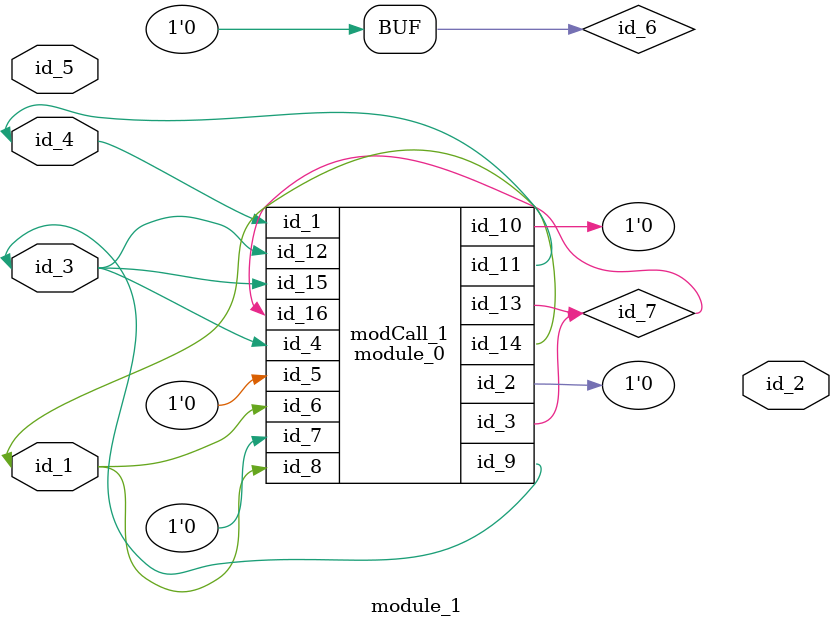
<source format=v>
module module_0 (
    id_1,
    id_2,
    id_3,
    id_4,
    id_5,
    id_6,
    id_7,
    id_8,
    id_9,
    id_10,
    id_11,
    id_12,
    id_13,
    id_14,
    id_15,
    id_16
);
  input wire id_16;
  input wire id_15;
  output wire id_14;
  output wire id_13;
  input wire id_12;
  output wire id_11;
  inout wire id_10;
  output wire id_9;
  input wire id_8;
  input wire id_7;
  input wire id_6;
  input wire id_5;
  input wire id_4;
  inout wire id_3;
  inout wire id_2;
  input wire id_1;
  wire id_17;
  tri  id_18 = $realtime;
endmodule
module module_1 (
    id_1,
    id_2,
    id_3,
    id_4,
    id_5
);
  input wire id_5;
  inout wire id_4;
  inout wire id_3;
  output wire id_2;
  inout wire id_1;
  supply0 id_6;
  wire id_7;
  assign id_6 = 1;
  module_0 modCall_1 (
      id_4,
      id_6,
      id_7,
      id_3,
      id_6,
      id_1,
      id_6,
      id_1,
      id_3,
      id_6,
      id_4,
      id_3,
      id_7,
      id_1,
      id_3,
      id_7
  );
endmodule

</source>
